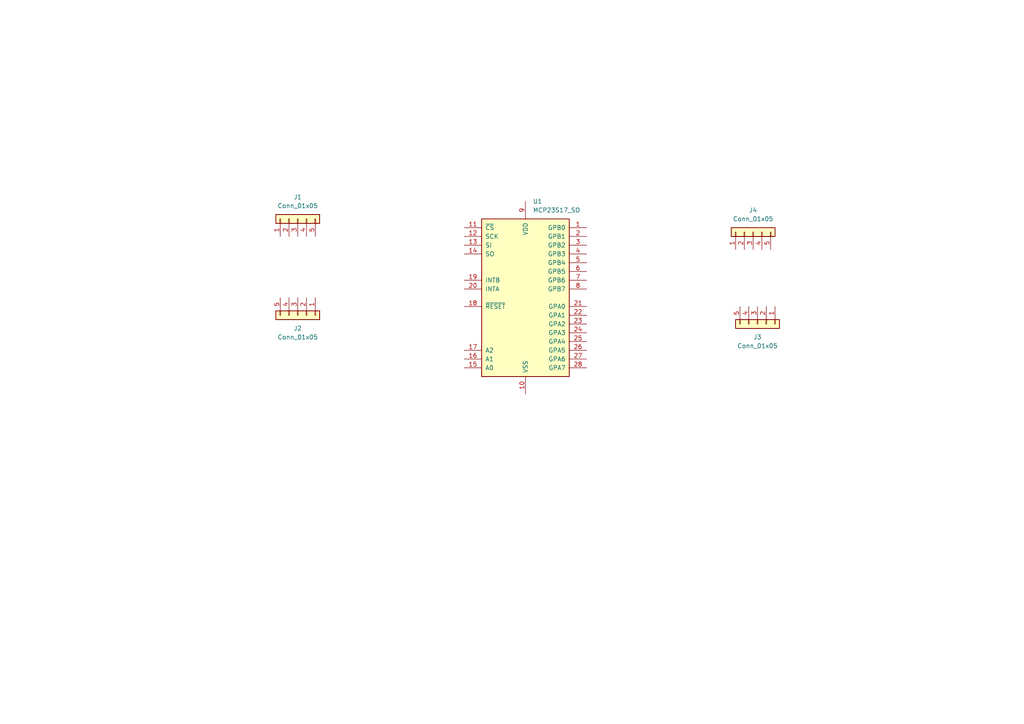
<source format=kicad_sch>
(kicad_sch (version 20250114) (generator "eeschema") (generator_version "9.0")
  (paper "A4")
  (lib_symbols
    (symbol "Connector_Generic:Conn_01x05" (pin_names (offset 1.016) (hide yes))
      (property "Reference" "J" (at 0 7.62 0))
      (property "Value" "Conn_01x05" (at 0 -7.62 0))
      (symbol "Conn_01x05_1_1"
        (rectangle (start -1.27 6.35) (end 1.27 -6.35) (stroke (width 0.254)) (fill (type background)))
        (rectangle (start -1.27 5.207) (end 0 4.953) (stroke (width 0.1524)))
        (rectangle (start -1.27 2.667) (end 0 2.413) (stroke (width 0.1524)))
        (rectangle (start -1.27 0.127) (end 0 -0.127) (stroke (width 0.1524)))
        (rectangle (start -1.27 -2.413) (end 0 -2.667) (stroke (width 0.1524)))
        (rectangle (start -1.27 -4.953) (end 0 -5.207) (stroke (width 0.1524)))
        (pin passive line (at -5.08 5.08 0) (length 3.81) (name "Pin_1") (number "1"))
        (pin passive line (at -5.08 2.54 0) (length 3.81) (name "Pin_2") (number "2"))
        (pin passive line (at -5.08 0 0) (length 3.81) (name "Pin_3") (number "3"))
        (pin passive line (at -5.08 -2.54 0) (length 3.81) (name "Pin_4") (number "4"))
        (pin passive line (at -5.08 -5.08 0) (length 3.81) (name "Pin_5") (number "5"))
      )
    )
    (symbol "Interface_Expansion:MCP23S17_SO" (pin_names (offset 1.016))
      (property "Reference" "U" (at -11.43 24.13 0))
      (property "Value" "MCP23S17_SO" (at 0 0 0))
      (symbol "MCP23S17_SO_0_1"
        (rectangle (start -12.7 22.86) (end 12.7 -22.86) (stroke (width 0.254)) (fill (type background)))
      )
      (symbol "MCP23S17_SO_1_1"
        (pin input line (at -17.78 20.32 0) (length 5.08) (name "~{CS}") (number "11"))
        (pin input line (at -17.78 17.78 0) (length 5.08) (name "SCK") (number "12"))
        (pin input line (at -17.78 15.24 0) (length 5.08) (name "SI") (number "13"))
        (pin output line (at -17.78 12.7 0) (length 5.08) (name "SO") (number "14"))
        (pin tri_state line (at -17.78 5.08 0) (length 5.08) (name "INTB") (number "19"))
        (pin tri_state line (at -17.78 2.54 0) (length 5.08) (name "INTA") (number "20"))
        (pin input line (at -17.78 -2.54 0) (length 5.08) (name "~{RESET}") (number "18"))
        (pin input line (at -17.78 -15.24 0) (length 5.08) (name "A2") (number "17"))
        (pin input line (at -17.78 -17.78 0) (length 5.08) (name "A1") (number "16"))
        (pin input line (at -17.78 -20.32 0) (length 5.08) (name "A0") (number "15"))
        (pin power_in line (at 0 27.94 270) (length 5.08) (name "VDD") (number "9"))
        (pin power_in line (at 0 -27.94 90) (length 5.08) (name "VSS") (number "10"))
        (pin bidirectional line (at 17.78 20.32 180) (length 5.08) (name "GPB0") (number "1"))
        (pin bidirectional line (at 17.78 17.78 180) (length 5.08) (name "GPB1") (number "2"))
        (pin bidirectional line (at 17.78 15.24 180) (length 5.08) (name "GPB2") (number "3"))
        (pin bidirectional line (at 17.78 12.7 180) (length 5.08) (name "GPB3") (number "4"))
        (pin bidirectional line (at 17.78 10.16 180) (length 5.08) (name "GPB4") (number "5"))
        (pin bidirectional line (at 17.78 7.62 180) (length 5.08) (name "GPB5") (number "6"))
        (pin bidirectional line (at 17.78 5.08 180) (length 5.08) (name "GPB6") (number "7"))
        (pin bidirectional line (at 17.78 2.54 180) (length 5.08) (name "GPB7") (number "8"))
        (pin bidirectional line (at 17.78 -2.54 180) (length 5.08) (name "GPA0") (number "21"))
        (pin bidirectional line (at 17.78 -5.08 180) (length 5.08) (name "GPA1") (number "22"))
        (pin bidirectional line (at 17.78 -7.62 180) (length 5.08) (name "GPA2") (number "23"))
        (pin bidirectional line (at 17.78 -10.16 180) (length 5.08) (name "GPA3") (number "24"))
        (pin bidirectional line (at 17.78 -12.7 180) (length 5.08) (name "GPA4") (number "25"))
        (pin bidirectional line (at 17.78 -15.24 180) (length 5.08) (name "GPA5") (number "26"))
        (pin bidirectional line (at 17.78 -17.78 180) (length 5.08) (name "GPA6") (number "27"))
        (pin bidirectional line (at 17.78 -20.32 180) (length 5.08) (name "GPA7") (number "28"))
      )
    )
  )
  (symbol (lib_id "Interface_Expansion:MCP23S17_SO") (at 152.4 86.36 0) (unit 1)
    (property "Reference" "U1" (at 154.5433 58.42 0) (effects (justify left)))
    (property "Value" "MCP23S17_SO" (at 154.5433 60.96 0) (effects (justify left)))
    (property "Footprint" "Package_SO:SOIC-28W_7.5x17.9mm_P1.27mm" (effects (hide yes)))
    (property "Datasheet" "http://ww1.microchip.com/downloads/en/DeviceDoc/20001952C.pdf" (effects (hide yes)))
    (property "Description" "16-bit I/O expander, SPI, interrupts, w pull-ups, SOIC-28" (effects (hide yes)))
  )
  (symbol (lib_id "Connector_Generic:Conn_01x05") (at 219.71 93.98 270) (unit 1)
    (property "Reference" "J3" (at 219.71 97.79 90))
    (property "Value" "Conn_01x05" (at 219.71 100.33 90))
    (property "Description" "Generic connector, single row, 01x05, script generated (kicad-library-utils/schlib/autogen/connector/)" (effects (hide yes)))
  )
  (symbol (lib_id "Connector_Generic:Conn_01x05") (at 86.36 91.44 270) (unit 1)
    (property "Reference" "J2" (at 86.36 95.25 90))
    (property "Value" "Conn_01x05" (at 86.36 97.79 90))
    (property "Description" "Generic connector, single row, 01x05, script generated (kicad-library-utils/schlib/autogen/connector/)" (effects (hide yes)))
  )
  (symbol (lib_id "Connector_Generic:Conn_01x05") (at 86.36 63.5 90) (unit 1)
    (property "Reference" "J1" (at 86.36 57.15 90))
    (property "Value" "Conn_01x05" (at 86.36 59.69 90))
    (property "Description" "Generic connector, single row, 01x05, script generated (kicad-library-utils/schlib/autogen/connector/)" (effects (hide yes)))
  )
  (symbol (lib_id "Connector_Generic:Conn_01x05") (at 218.44 67.31 90) (unit 1)
    (property "Reference" "J4" (at 218.44 60.96 90))
    (property "Value" "Conn_01x05" (at 218.44 63.5 90))
    (property "Description" "Generic connector, single row, 01x05, script generated (kicad-library-utils/schlib/autogen/connector/)" (effects (hide yes)))
  )
)
</source>
